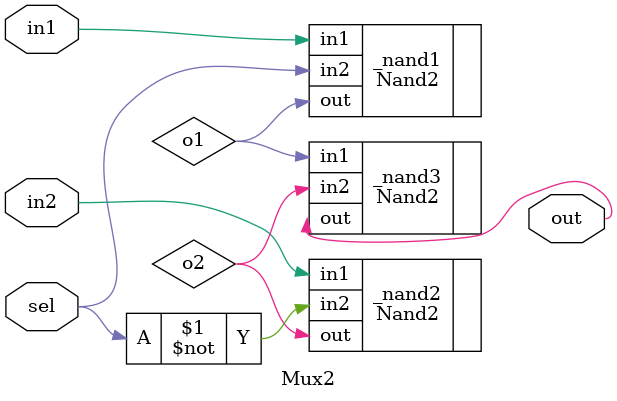
<source format=sv>
/* Multiplexer made with NAND
 *
 * Author: Igor Lesik 2020.
 *
 *
 * <pre> 
 *                  +------+
 *                  |      |
 *  in1 +-----------+ NAND |
 *                  |      |o+-+    +------+
 *  sel +-----+-----+      |   |    |      |
 *            |     |      |   |    |      |
 *            |     +------+   +----+ NAND |
 *            |                     |      |o+----+ out
 *            |     +------+   +----+      |
 *            |     |      |   |    |      |
 *            +---+o| NAND |   |    |      |
 *                  |      |o+-+    +------+
 *  in2 +-----------+      |
 *                  |      |
 *                  +------+
 *  </pre>
 */
module Mux2 #(
    parameter WIDTH = 1
)(
    input  wire [WIDTH-1:0]  in1,
    input  wire [WIDTH-1:0]  in2,
    input  wire              sel,
    output wire [WIDTH-1:0]  out
);

    wire [WIDTH-1:0] o1, o2;
    Nand2#(WIDTH) _nand1(.out(o1), .in1(in1), .in2({WIDTH{sel}}));
    Nand2#(WIDTH) _nand2(.out(o2), .in1(in2), .in2({WIDTH{~sel}}));
    Nand2#(WIDTH) _nand3(.out(out), .in1(o1), .in2(o2));

endmodule

</source>
